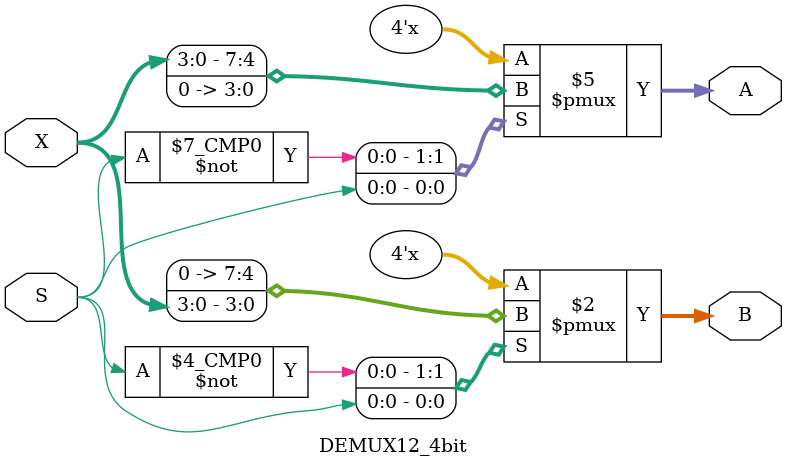
<source format=v>

module DEMUX12_4bit (X, S, A, B);
  input  [3:0] X;
  input        S;
  output [3:0] A;
  output [3:0] B;

  reg    [3:0] A;
  reg    [3:0] B;

  always @(S) begin
    case(S)
    1'b0:
      begin
        A = X;
        B = 4'b000;
      end
    1'b1:
      begin
        A = 4'b000;
        B = X;
      end
    endcase
  end
endmodule

</source>
